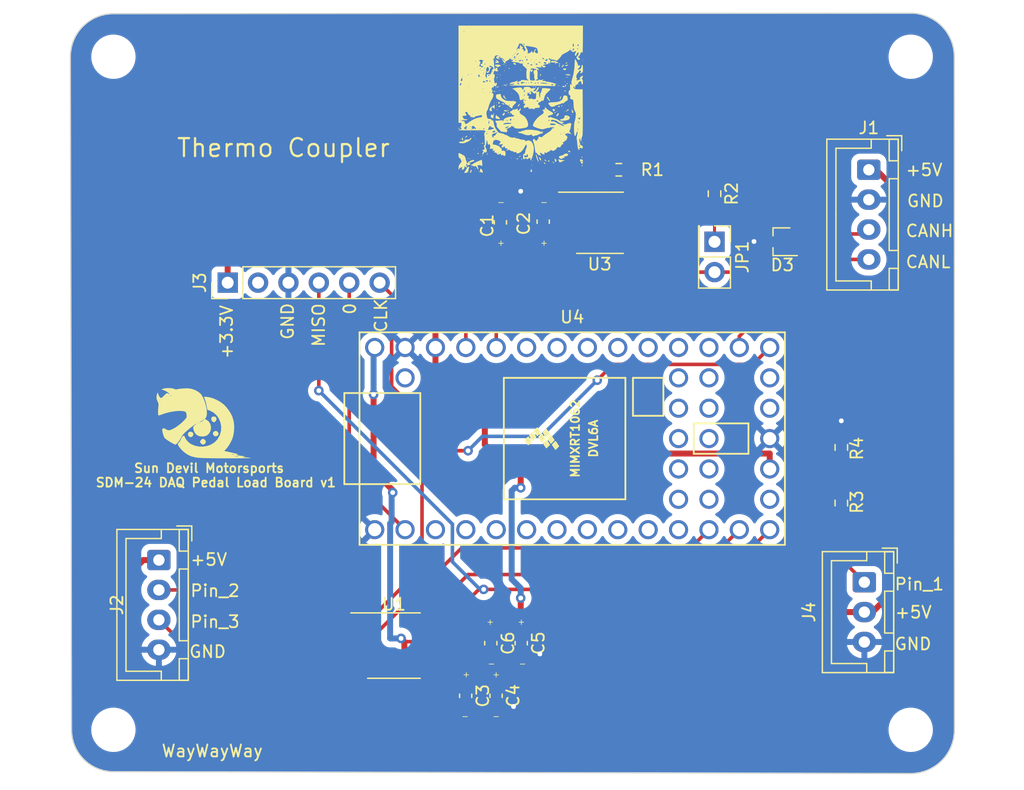
<source format=kicad_pcb>
(kicad_pcb (version 20221018) (generator pcbnew)
  (layers (0 "F.Cu" signal) (31 "B.Cu" signal) (34 "B.Paste" user) (35 "F.Paste" user) (36 "B.SilkS" user "B.Silkscreen") (37 "F.SilkS" user "F.Silkscreen") (38 "B.Mask" user) (39 "F.Mask" user) (44 "Edge.Cuts" user))
  (net 0 "")
  (net 1 "Net-(U3-D)")
  (net 2 "GND")
  (net 3 "+3.3V")
  (net 4 "Net-(U3-R)")
  (net 6 "/CANL")
  (net 7 "/CANH")
  (net 8 "Net-(U3-Rs)")
  (net 26 "/0")
  (net 39 "Net-(J2-Pin_2)")
  (net 40 "Net-(J2-Pin_3)")
  (net 44 "+5V")
  (net 46 "/MISO")
  (net 47 "/A0")
  (net 48 "/CLK")
  (net 49 "Net-(J4-Pin_1)")
  (net 50 "Net-(JP1-A)")
  (net 52 "/CS")
  (net 53 "/MOSI")
  (footprint "Resistor_SMD:R_0603_1608Metric" (layer "F.Cu") (at 168 80.825 90)
    (fp_text reference "R4" (at -0.0975 1.3 90) (layer "F.SilkS"))
    (fp_text value "R")
    (pad "1" smd roundrect (at -0.825 0 90) (size 0.8 0.95) (layers "F.Cu" "F.Paste" "F.Mask") (net 47 "/A0"))
    (pad "2" smd roundrect (at 0.825 0 90) (size 0.8 0.95) (layers "F.Cu" "F.Paste" "F.Mask") (net 2 "GND"))
  )
  (footprint "Capacitor_SMD:C_0603_1608Metric" (layer "F.Cu") (at 143.08 61.945 90)
    (fp_text reference "C2" (at -0.155 -1.63 90) (layer "F.SilkS"))
    (fp_text value "100nF")
    (pad "1" smd roundrect (at -0.775 0 90) (size 0.9 0.95) (layers "F.Cu" "F.Paste" "F.Mask") (net 3 "+3.3V"))
    (pad "2" smd roundrect (at 0.775 0 90) (size 0.9 0.95) (layers "F.Cu" "F.Paste" "F.Mask") (net 2 "GND"))
  )
  (footprint "LOGO" (layer "F.Cu") (at 114.570447 78.858046)
    (fp_text reference "G***" hide)
    (fp_text value "LOGO" hide)
  )
  (footprint "MountingHole:MountingHole_3.2mm_M3" (layer "F.Cu") (at 173.8 48.145584)
    (fp_text reference "REF**" hide)
    (fp_text value "MountingHole_3.2mm_M3")
    (pad "" np_thru_hole circle (at 0 0) (size 3.2 3.2) (drill 3.2) (layers "*.Cu" "*.Mask"))
  )
  (footprint "Capacitor_SMD:C_0603_1608Metric" (layer "F.Cu") (at 141.24 97.2 -90)
    (fp_text reference "C5" (at 0 -1.43 90) (layer "F.SilkS"))
    (fp_text value "C")
    (pad "1" smd roundrect (at -0.775 0 270) (size 0.9 0.95) (layers "F.Cu" "F.Paste" "F.Mask") (net 3 "+3.3V"))
    (pad "2" smd roundrect (at 0.775 0 270) (size 0.9 0.95) (layers "F.Cu" "F.Paste" "F.Mask") (net 2 "GND"))
  )
  (footprint "Connector_JST:JST_XH_B3B-XH-A_1x03_P2.50mm_Vertical" (layer "F.Cu") (at 169.925 92.1 -90)
    (fp_text reference "J4" (at 2.5 4.625 90) (layer "F.SilkS"))
    (fp_text value "Conn_01x03_Pin")
    (pad "1" thru_hole roundrect (at 0 0 270) (size 1.7 1.95) (drill 0.95) (layers "*.Cu" "*.Mask") (roundrect_rratio 0.1470588235) (net 49 "Net-(J4-Pin_1)"))
    (pad "2" thru_hole oval (at 2.5 0 270) (size 1.7 1.95) (drill 0.95) (layers "*.Cu" "*.Mask") (net 44 "+5V"))
    (pad "3" thru_hole oval (at 5 0 270) (size 1.7 1.95) (drill 0.95) (layers "*.Cu" "*.Mask") (net 2 "GND"))
  )
  (footprint "Package_SO:TSSOP-16_4.4x5mm_P0.65mm" (layer "F.Cu") (at 130.6 97.4)
    (fp_text reference "U1" (at 0 -3.45) (layer "F.SilkS"))
    (fp_text value "~")
    (pad "1" smd roundrect (at -2.8625 -2.275) (size 1.475 0.4) (layers "F.Cu" "F.Paste" "F.Mask") (net 48 "/CLK"))
    (pad "2" smd roundrect (at -2.8625 -1.625) (size 1.475 0.4) (layers "F.Cu" "F.Paste" "F.Mask"))
    (pad "3" smd roundrect (at -2.8625 -0.975) (size 1.475 0.4) (layers "F.Cu" "F.Paste" "F.Mask") (net 52 "/CS"))
    (pad "4" smd roundrect (at -2.8625 -0.325) (size 1.475 0.4) (layers "F.Cu" "F.Paste" "F.Mask"))
    (pad "5" smd roundrect (at -2.8625 0.325) (size 1.475 0.4) (layers "F.Cu" "F.Paste" "F.Mask") (net 39 "Net-(J2-Pin_2)"))
    (pad "6" smd roundrect (at -2.8625 0.975) (size 1.475 0.4) (layers "F.Cu" "F.Paste" "F.Mask") (net 40 "Net-(J2-Pin_3)"))
    (pad "7" smd roundrect (at -2.8625 1.625) (size 1.475 0.4) (layers "F.Cu" "F.Paste" "F.Mask"))
    (pad "8" smd roundrect (at -2.8625 2.275) (size 1.475 0.4) (layers "F.Cu" "F.Paste" "F.Mask"))
    (pad "9" smd roundrect (at 2.8625 2.275) (size 1.475 0.4) (layers "F.Cu" "F.Paste" "F.Mask") (net 44 "+5V"))
    (pad "10" smd roundrect (at 2.8625 1.625) (size 1.475 0.4) (layers "F.Cu" "F.Paste" "F.Mask") (net 2 "GND"))
    (pad "11" smd roundrect (at 2.8625 0.975) (size 1.475 0.4) (layers "F.Cu" "F.Paste" "F.Mask"))
    (pad "12" smd roundrect (at 2.8625 0.325) (size 1.475 0.4) (layers "F.Cu" "F.Paste" "F.Mask") (net 2 "GND"))
    (pad "13" smd roundrect (at 2.8625 -0.325) (size 1.475 0.4) (layers "F.Cu" "F.Paste" "F.Mask") (net 44 "+5V"))
    (pad "14" smd roundrect (at 2.8625 -0.975) (size 1.475 0.4) (layers "F.Cu" "F.Paste" "F.Mask") (net 3 "+3.3V"))
    (pad "15" smd roundrect (at 2.8625 -1.625) (size 1.475 0.4) (layers "F.Cu" "F.Paste" "F.Mask") (net 46 "/MISO"))
    (pad "16" smd roundrect (at 2.8625 -2.275) (size 1.475 0.4) (layers "F.Cu" "F.Paste" "F.Mask") (net 53 "/MOSI"))
  )
  (footprint "Package_TO_SOT_SMD:SOT-323_SC-70" (layer "F.Cu") (at 163.020584 63.619416 180)
    (fp_text reference "D3" (at -0.05 -1.95) (layer "F.SilkS"))
    (fp_text value "D_TVS_Dual_AAC")
    (pad "1" smd rect (at -1 -0.65 90) (size 0.45 0.7) (layers "F.Cu" "F.Paste" "F.Mask") (net 6 "/CANL"))
    (pad "2" smd rect (at -1 0.65 90) (size 0.45 0.7) (layers "F.Cu" "F.Paste" "F.Mask") (net 7 "/CANH"))
    (pad "3" smd rect (at 1 0 90) (size 0.45 0.7) (layers "F.Cu" "F.Paste" "F.Mask") (net 2 "GND"))
  )
  (footprint "Resistor_SMD:R_0603_1608Metric" (layer "F.Cu") (at 168 85.475 90)
    (fp_text reference "R3" (at 0.0825 1.3 90) (layer "F.SilkS"))
    (fp_text value "R")
    (pad "1" smd roundrect (at -0.825 0 90) (size 0.8 0.95) (layers "F.Cu" "F.Paste" "F.Mask") (net 49 "Net-(J4-Pin_1)"))
    (pad "2" smd roundrect (at 0.825 0 90) (size 0.8 0.95) (layers "F.Cu" "F.Paste" "F.Mask") (net 47 "/A0"))
  )
  (footprint "MountingHole:MountingHole_3.2mm_M3" (layer "F.Cu") (at 107.154416 48.145584)
    (fp_text reference "REF**" hide)
    (fp_text value "MountingHole_3.2mm_M3")
    (pad "" np_thru_hole circle (at 0 0) (size 3.2 3.2) (drill 3.2) (layers "F&B.Cu" "*.Mask"))
  )
  (footprint "Capacitor_SMD:C_0603_1608Metric" (layer "F.Cu") (at 138.7 97.2 -90)
    (fp_text reference "C6" (at 0 -1.43 90) (layer "F.SilkS"))
    (fp_text value "C")
    (pad "1" smd roundrect (at -0.775 0 270) (size 0.9 0.95) (layers "F.Cu" "F.Paste" "F.Mask") (net 3 "+3.3V"))
    (pad "2" smd roundrect (at 0.775 0 270) (size 0.9 0.95) (layers "F.Cu" "F.Paste" "F.Mask") (net 2 "GND"))
  )
  (footprint "LOGO" (layer "F.Cu") (at 141.2 51.7)
    (fp_text reference "G***" hide)
    (fp_text value "LOGO" hide)
  )
  (footprint "MountingHole:MountingHole_3.2mm_M3" (layer "F.Cu") (at 173.8 104.445584)
    (fp_text reference "REF**" hide)
    (fp_text value "MountingHole_3.2mm_M3")
    (pad "" np_thru_hole circle (at 0 0) (size 3.2 3.2) (drill 3.2) (layers "F&B.Cu" "*.Mask"))
  )
  (footprint "Connector_JST:JST_XH_B4B-XH-A_1x04_P2.50mm_Vertical" (layer "F.Cu") (at 170.3 57.6 -90)
    (fp_text reference "J1" (at -3.5 0) (layer "F.SilkS"))
    (fp_text value "Conn_01x04_Pin")
    (pad "1" thru_hole roundrect (at 0 0 270) (size 1.7 1.95) (drill 0.95) (layers "*.Cu" "*.Mask") (roundrect_rratio 0.1470588235) (net 44 "+5V"))
    (pad "2" thru_hole oval (at 2.5 0 270) (size 1.7 1.95) (drill 0.95) (layers "*.Cu" "*.Mask") (net 2 "GND"))
    (pad "3" thru_hole oval (at 5 0 270) (size 1.7 1.95) (drill 0.95) (layers "*.Cu" "*.Mask") (net 7 "/CANH"))
    (pad "4" thru_hole oval (at 7.5 0 270) (size 1.7 1.95) (drill 0.95) (layers "*.Cu" "*.Mask") (net 6 "/CANL"))
  )
  (footprint "Resistor_SMD:R_0603_1608Metric" (layer "F.Cu") (at 149.4 57.6 180)
    (fp_text reference "R1" (at -2.8 0) (layer "F.SilkS"))
    (fp_text value "10k")
    (pad "1" smd roundrect (at -0.825 0 180) (size 0.8 0.95) (layers "F.Cu" "F.Paste" "F.Mask") (net 8 "Net-(U3-Rs)"))
    (pad "2" smd roundrect (at 0.825 0 180) (size 0.8 0.95) (layers "F.Cu" "F.Paste" "F.Mask") (net 2 "GND"))
  )
  (footprint "Package_SO:SOIC-8_3.9x4.9mm_P1.27mm" (layer "F.Cu") (at 147.825 62.035)
    (fp_text reference "U3" (at -0.025 3.465) (layer "F.SilkS"))
    (fp_text value "SN65HVD230")
    (pad "1" smd roundrect (at -2.475 -1.905) (size 1.95 0.6) (layers "F.Cu" "F.Paste" "F.Mask") (net 1 "Net-(U3-D)"))
    (pad "2" smd roundrect (at -2.475 -0.635) (size 1.95 0.6) (layers "F.Cu" "F.Paste" "F.Mask") (net 2 "GND"))
    (pad "3" smd roundrect (at -2.475 0.635) (size 1.95 0.6) (layers "F.Cu" "F.Paste" "F.Mask") (net 3 "+3.3V"))
    (pad "4" smd roundrect (at -2.475 1.905) (size 1.95 0.6) (layers "F.Cu" "F.Paste" "F.Mask") (net 4 "Net-(U3-R)"))
    (pad "5" smd roundrect (at 2.475 1.905) (size 1.95 0.6) (layers "F.Cu" "F.Paste" "F.Mask"))
    (pad "6" smd roundrect (at 2.475 0.635) (size 1.95 0.6) (layers "F.Cu" "F.Paste" "F.Mask") (net 6 "/CANL"))
    (pad "7" smd roundrect (at 2.475 -0.635) (size 1.95 0.6) (layers "F.Cu" "F.Paste" "F.Mask") (net 7 "/CANH"))
    (pad "8" smd roundrect (at 2.475 -1.905) (size 1.95 0.6) (layers "F.Cu" "F.Paste" "F.Mask") (net 8 "Net-(U3-Rs)"))
  )
  (footprint "Connector_JST:JST_XH_B4B-XH-A_1x04_P2.50mm_Vertical" (layer "F.Cu") (at 110.954416 90.245584 -90)
    (fp_text reference "J2" (at 3.75 3.51 90) (layer "F.SilkS"))
    (fp_text value "Conn_01x04_Pin")
    (pad "1" thru_hole roundrect (at 0 0 270) (size 1.7 1.95) (drill 0.95) (layers "*.Cu" "*.Mask") (roundrect_rratio 0.1470588235) (net 44 "+5V"))
    (pad "2" thru_hole oval (at 2.5 0 270) (size 1.7 1.95) (drill 0.95) (layers "*.Cu" "*.Mask") (net 39 "Net-(J2-Pin_2)"))
    (pad "3" thru_hole oval (at 5 0 270) (size 1.7 1.95) (drill 0.95) (layers "*.Cu" "*.Mask") (net 40 "Net-(J2-Pin_3)"))
    (pad "4" thru_hole oval (at 7.5 0 270) (size 1.7 1.95) (drill 0.95) (layers "*.Cu" "*.Mask") (net 2 "GND"))
  )
  (footprint "Resistor_SMD:R_0603_1608Metric" (layer "F.Cu") (at 157.4 59.6 -90)
    (fp_text reference "R2" (at 0 -1.43 90) (layer "F.SilkS"))
    (fp_text value "120")
    (pad "1" smd roundrect (at -0.825 0 270) (size 0.8 0.95) (layers "F.Cu" "F.Paste" "F.Mask") (net 7 "/CANH"))
    (pad "2" smd roundrect (at 0.825 0 270) (size 0.8 0.95) (layers "F.Cu" "F.Paste" "F.Mask") (net 50 "Net-(JP1-A)"))
  )
  (footprint "Connector_PinHeader_2.54mm:PinHeader_1x06_P2.54mm_Vertical" (layer "F.Cu") (at 116.704416 67.045584 90)
    (fp_text reference "J3" (at 0 -2.33 90) (layer "F.SilkS"))
    (fp_text value "Conn_01x06_Pin")
    (pad "1" thru_hole rect (at 0 0 90) (size 1.7 1.7) (drill 1) (layers "*.Cu" "*.Mask") (net 3 "+3.3V"))
    (pad "2" thru_hole oval (at 0 2.54 90) (size 1.7 1.7) (drill 1) (layers "*.Cu" "*.Mask"))
    (pad "3" thru_hole oval (at 0 5.08 90) (size 1.7 1.7) (drill 1) (layers "*.Cu" "*.Mask") (net 2 "GND"))
    (pad "4" thru_hole oval (at 0 7.62 90) (size 1.7 1.7) (drill 1) (layers "*.Cu" "*.Mask") (net 46 "/MISO"))
    (pad "5" thru_hole oval (at 0 10.16 90) (size 1.7 1.7) (drill 1) (layers "*.Cu" "*.Mask") (net 26 "/0"))
    (pad "6" thru_hole oval (at 0 12.7 90) (size 1.7 1.7) (drill 1) (layers "*.Cu" "*.Mask") (net 48 "/CLK"))
  )
  (footprint "Capacitor_SMD:C_0603_1608Metric" (layer "F.Cu") (at 139.14 101.6 -90)
    (fp_text reference "C4" (at 0 -1.43 90) (layer "F.SilkS"))
    (fp_text value "C")
    (pad "1" smd roundrect (at -0.775 0 270) (size 0.9 0.95) (layers "F.Cu" "F.Paste" "F.Mask") (net 44 "+5V"))
    (pad "2" smd roundrect (at 0.775 0 270) (size 0.9 0.95) (layers "F.Cu" "F.Paste" "F.Mask") (net 2 "GND"))
  )
  (footprint "Capacitor_SMD:C_0603_1608Metric" (layer "F.Cu") (at 136.6 101.6 -90)
    (fp_text reference "C3" (at 0 -1.43 90) (layer "F.SilkS"))
    (fp_text value "C")
    (pad "1" smd roundrect (at -0.775 0 270) (size 0.9 0.95) (layers "F.Cu" "F.Paste" "F.Mask") (net 44 "+5V"))
    (pad "2" smd roundrect (at 0.775 0 270) (size 0.9 0.95) (layers "F.Cu" "F.Paste" "F.Mask") (net 2 "GND"))
  )
  (footprint "Teensy:Teensy40" (layer "F.Cu") (at 145.504416 80.085584)
    (fp_text reference "U4" (at 0 -10.16) (layer "F.SilkS"))
    (fp_text value "Teensy4.0" hide)
    (fp_text user "MIMXRT1062" (at 0.254 0 90) (layer "F.SilkS") (effects (font (size 0.7 0.7))))
    (fp_text user "DVL6A" (at 1.778 0 90) (layer "F.SilkS") (effects (font (size 0.7 0.7))))
    (pad "1" thru_hole circle (at -16.51 7.62) (size 1.6 1.6) (drill 1.1) (layers "*.Cu" "*.Mask") (net 2 "GND"))
    (pad "2" thru_hole circle (at -13.97 7.62) (size 1.6 1.6) (drill 1.1) (layers "*.Cu" "*.Mask") (net 26 "/0"))
    (pad "3" thru_hole circle (at -11.43 7.62) (size 1.6 1.6) (drill 1.1) (layers "*.Cu" "*.Mask"))
    (pad "4" thru_hole circle (at -8.89 7.62) (size 1.6 1.6) (drill 1.1) (layers "*.Cu" "*.Mask"))
    (pad "5" thru_hole circle (at -6.35 7.62) (size 1.6 1.6) (drill 1.1) (layers "*.Cu" "*.Mask"))
    (pad "6" thru_hole circle (at -3.81 7.62) (size 1.6 1.6) (drill 1.1) (layers "*.Cu" "*.Mask"))
    (pad "7" thru_hole circle (at -1.27 7.62) (size 1.6 1.6) (drill 1.1) (layers "*.Cu" "*.Mask"))
    (pad "8" thru_hole circle (at 1.27 7.62) (size 1.6 1.6) (drill 1.1) (layers "*.Cu" "*.Mask"))
    (pad "9" thru_hole circle (at 3.81 7.62) (size 1.6 1.6) (drill 1.1) (layers "*.Cu" "*.Mask"))
    (pad "10" thru_hole circle (at 6.35 7.62) (size 1.6 1.6) (drill 1.1) (layers "*.Cu" "*.Mask"))
    (pad "11" thru_hole circle (at 8.89 7.62) (size 1.6 1.6) (drill 1.1) (layers "*.Cu" "*.Mask"))
    (pad "12" thru_hole circle (at 11.43 7.62) (size 1.6 1.6) (drill 1.1) (layers "*.Cu" "*.Mask") (net 52 "/CS"))
    (pad "13" thru_hole circle (at 13.97 7.62) (size 1.6 1.6) (drill 1.1) (layers "*.Cu" "*.Mask") (net 53 "/MOSI"))
    (pad "14" thru_hole circle (at 16.51 7.62) (size 1.6 1.6) (drill 1.1) (layers "*.Cu" "*.Mask") (net 46 "/MISO"))
    (pad "15" thru_hole circle (at 16.51 5.08) (size 1.6 1.6) (drill 1.1) (layers "*.Cu" "*.Mask"))
    (pad "16" thru_hole circle (at 16.51 2.54) (size 1.6 1.6) (drill 1.1) (layers "*.Cu" "*.Mask") (net 3 "+3.3V"))
    (pad "17" thru_hole circle (at 16.51 0) (size 1.6 1.6) (drill 1.1) (layers "*.Cu" "*.Mask") (net 2 "GND"))
    (pad "18" thru_hole circle (at 16.51 -2.54) (size 1.6 1.6) (drill 1.1) (layers "*.Cu" "*.Mask"))
    (pad "19" thru_hole circle (at 16.51 -5.08) (size 1.6 1.6) (drill 1.1) (layers "*.Cu" "*.Mask"))
    (pad "20" thru_hole circle (at 16.51 -7.62) (size 1.6 1.6) (drill 1.1) (layers "*.Cu" "*.Mask") (net 48 "/CLK"))
    (pad "21" thru_hole circle (at 13.97 -7.62) (size 1.6 1.6) (drill 1.1) (layers "*.Cu" "*.Mask") (net 47 "/A0"))
    (pad "22" thru_hole circle (at 11.43 -7.62) (size 1.6 1.6) (drill 1.1) (layers "*.Cu" "*.Mask"))
    (pad "23" thru_hole circle (at 8.89 -7.62) (size 1.6 1.6) (drill 1.1) (layers "*.Cu" "*.Mask"))
    (pad "24" thru_hole circle (at 6.35 -7.62) (size 1.6 1.6) (drill 1.1) (layers "*.Cu" "*.Mask"))
    (pad "25" thru_hole circle (at 3.81 -7.62) (size 1.6 1.6) (drill 1.1) (layers "*.Cu" "*.Mask"))
    (pad "26" thru_hole circle (at 1.27 -7.62) (size 1.6 1.6) (drill 1.1) (layers "*.Cu" "*.Mask"))
    (pad "27" thru_hole circle (at -1.27 -7.62) (size 1.6 1.6) (drill 1.1) (layers "*.Cu" "*.Mask"))
    (pad "28" thru_hole circle (at -3.81 -7.62) (size 1.6 1.6) (drill 1.1) (layers "*.Cu" "*.Mask"))
    (pad "29" thru_hole circle (at -6.35 -7.62) (size 1.6 1.6) (drill 1.1) (layers "*.Cu" "*.Mask") (net 1 "Net-(U3-D)"))
    (pad "30" thru_hole circle (at -8.89 -7.62) (size 1.6 1.6) (drill 1.1) (layers "*.Cu" "*.Mask") (net 4 "Net-(U3-R)"))
    (pad "31" thru_hole circle (at -11.43 -7.62) (size 1.6 1.6) (drill 1.1) (layers "*.Cu" "*.Mask") (net 3 "+3.3V"))
    (pad "32" thru_hole circle (at -13.97 -7.62) (size 1.6 1.6) (drill 1.1) (layers "*.Cu" "*.Mask") (net 2 "GND"))
    (pad "33" thru_hole circle (at -16.51 -7.62) (size 1.6 1.6) (drill 1.1) (layers "*.Cu" "*.Mask") (net 44 "+5V"))
    (pad "34" thru_hole circle (at -13.97 -5.08) (size 1.6 1.6) (drill 1.1) (layers "*.Cu" "*.Mask"))
    (pad "35" thru_hole circle (at 11.43 -5.08) (size 1.6 1.6) (drill 1.1) (layers "*.Cu" "*.Mask"))
    (pad "36" thru_hole circle (at 8.89 -5.08) (size 1.6 1.6) (drill 1.1) (layers "*.Cu" "*.Mask"))
    (pad "37" thru_hole circle (at 11.43 -2.54) (size 1.6 1.6) (drill 1.1) (layers "*.Cu" "*.Mask"))
    (pad "38" thru_hole circle (at 8.89 -2.54) (size 1.6 1.6) (drill 1.1) (layers "*.Cu" "*.Mask"))
    (pad "39" thru_hole circle (at 11.43 0) (size 1.6 1.6) (drill 1.1) (layers "*.Cu" "*.Mask"))
    (pad "40" thru_hole circle (at 8.89 0) (size 1.6 1.6) (drill 1.1) (layers "*.Cu" "*.Mask"))
    (pad "41" thru_hole circle (at 11.43 2.54) (size 1.6 1.6) (drill 1.1) (layers "*.Cu" "*.Mask"))
    (pad "42" thru_hole circle (at 8.89 2.54) (size 1.6 1.6) (drill 1.1) (layers "*.Cu" "*.Mask"))
    (pad "43" thru_hole circle (at 11.43 5.08) (size 1.6 1.6) (drill 1.1) (layers "*.Cu" "*.Mask"))
    (pad "44" thru_hole circle (at 8.89 5.08) (size 1.6 1.6) (drill 1.1) (layers "*.Cu" "*.Mask"))
  )
  (footprint "Capacitor_SMD:C_0603_1608Metric" (layer "F.Cu") (at 139.5 62 90)
    (fp_text reference "C1" (at -0.275 -1.1 90) (layer "F.SilkS"))
    (fp_text value "100nF")
    (pad "1" smd roundrect (at -0.775 0 90) (size 0.9 0.95) (layers "F.Cu" "F.Paste" "F.Mask") (net 3 "+3.3V"))
    (pad "2" smd roundrect (at 0.775 0 90) (size 0.9 0.95) (layers "F.Cu" "F.Paste" "F.Mask") (net 2 "GND"))
  )
  (footprint "MountingHole:MountingHole_3.2mm_M3" (layer "F.Cu") (at 107.154416 104.445584)
    (fp_text reference "REF**" hide)
    (fp_text value "MountingHole_3.2mm_M3")
    (pad "" np_thru_hole circle (at 0 0) (size 3.2 3.2) (drill 3.2) (layers "F&B.Cu" "*.Mask"))
  )
  (footprint "Connector_PinHeader_2.54mm:PinHeader_2x01_P2.54mm_Vertical" (layer "F.Cu") (at 157.4 63.625 -90)
    (fp_text reference "JP1" (at 1.27 -2.33 90) (layer "F.SilkS"))
    (fp_text value "Jumper_2_Open")
    (pad "1" thru_hole rect (at 0 0 270) (size 1.7 1.7) (drill 1) (layers "*.Cu" "*.Mask") (net 50 "Net-(JP1-A)"))
    (pad "2" thru_hole oval (at 2.54 0 270) (size 1.7 1.7) (drill 1) (layers "*.Cu" "*.Mask") (net 6 "/CANL"))
  )
  (gr_line (start 173.8 44.5) (end 107.154416 44.545584) (stroke (width 0.1)) (layer "Edge.Cuts"))
  (gr_line (start 177.45406 104.496568) (end 177.445168 48.200683) (stroke (width 0.1)) (layer "Edge.Cuts"))
  (gr_arc (start 173.8 44.5) (mid 176.397225 45.587321) (end 177.445168 48.200683) (stroke (width 0.1)) (layer "Edge.Cuts"))
  (gr_line (start 107.154416 107.945584) (end 173.8 108.1) (stroke (width 0.1)) (layer "Edge.Cuts"))
  (gr_line (start 103.554416 48.145584) (end 103.654416 104.445584) (stroke (width 0.1)) (layer "Edge.Cuts"))
  (gr_arc (start 177.45406 104.496568) (mid 176.365973 107.047609) (end 173.8 108.1) (stroke (width 0.1)) (layer "Edge.Cuts"))
  (gr_arc (start 103.554416 48.145584) (mid 104.608832 45.6) (end 107.154416 44.545584) (stroke (width 0.1)) (layer "Edge.Cuts"))
  (gr_arc (start 107.154416 107.945584) (mid 104.679542 106.920458) (end 103.654416 104.445584) (stroke (width 0.1)) (layer "Edge.Cuts"))
  (gr_text "GND" (at 122.3 71.9 90) (layer "F.SilkS") (effects (font (size 1 1)) (justify left bottom)))
  (gr_text "+3.3V\n" (at 117.2 73.5 90) (layer "F.SilkS") (effects (font (size 1 1)) (justify left bottom)))
  (gr_text "-" (at 136.2 103.6) (layer "F.SilkS") (effects (font (size 0.5 0.5) (thickness 0.0625)) (justify left bottom)))
  (gr_text "+5V\n" (at 172.4 95.2) (layer "F.SilkS") (effects (font (size 1 1)) (justify left bottom)))
  (gr_text "+\n" (at 138.3 95.7) (layer "F.SilkS") (effects (font (size 0.5 0.5) (thickness 0.0625)) (justify left bottom)))
  (gr_text "-" (at 139.2 60.6) (layer "F.SilkS") (effects (font (size 0.5 0.5) (thickness 0.0625)) (justify left bottom)))
  (gr_text "+\n" (at 140.9 95.7) (layer "F.SilkS") (effects (font (size 0.5 0.5) (thickness 0.0625)) (justify left bottom)))
  (gr_text "WayWayWay" (at 111.1 106.8) (layer "F.SilkS") (effects (font (size 1 1)) (justify left bottom)))
  (gr_text "Thermo Coupler\n" (at 112.354416 56.645584) (layer "F.SilkS") (effects (font (size 1.5 1.5) (thickness 0.1875)) (justify left bottom)))
  (gr_text "GND" (at 173.4 60.8) (layer "F.SilkS") (effects (font (size 1 1)) (justify left bottom)))
  (gr_text "CANH\n" (at 173.3 63.3) (layer "F.SilkS") (effects (font (size 1 1)) (justify left bottom)))
  (gr_text "MISO" (at 124.9 72.5 90) (layer "F.SilkS") (effects (font (size 1 1)) (justify left bottom)))
  (gr_text "0\n" (at 127.5 69.8 90) (layer "F.SilkS") (effects (font (size 1 1)) (justify left bottom)))
  (gr_text "CLK\n" (at 130.1 71.3 90) (layer "F.SilkS") (effects (font (size 1 1)) (justify left bottom)))
  (gr_text "+\n" (at 142.8 64) (layer "F.SilkS") (effects (font (size 0.5 0.5) (thickness 0.0625)) (justify left bottom)))
  (gr_text "Sun Devil Motorsports\n" (at 108.8 83) (layer "F.SilkS") (effects (font (size 0.75 0.75)) (justify left bottom)))
  (gr_text "CANL\n" (at 173.3 65.9) (layer "F.SilkS") (effects (font (size 1 1)) (justify left bottom)))
  (gr_text "-" (at 141 99.2) (layer "F.SilkS") (effects (font (size 0.5 0.5) (thickness 0.0625)) (justify left bottom)))
  (gr_text "Pin_3\n\n" (at 113.5 97.6) (layer "F.SilkS") (effects (font (size 1 1)) (justify left bottom)))
  (gr_text "GND\n" (at 172.375 97.85) (layer "F.SilkS") (effects (font (size 1 1)) (justify left bottom)))
  (gr_text "GND" (at 113.404416 98.495584) (layer "F.SilkS") (effects (font (size 1 1)) (justify left bottom)))
  (gr_text "+5V\n\n" (at 113.5 92.4) (layer "F.SilkS") (effects (font (size 1 1)) (justify left bottom)))
  (gr_text "+\n" (at 138.8 100.1) (layer "F.SilkS") (effects (font (size 0.5 0.5) (thickness 0.0625)) (justify left bottom)))
  (gr_text "-" (at 138.8 103.6) (layer "F.SilkS") (effects (font (size 0.5 0.5) (thickness 0.0625)) (justify left bottom)))
  (gr_text "SDM-24 DAQ Pedal Load Board v1" (at 105.6 84.2) (layer "F.SilkS") (effects (font (size 0.75 0.75)) (justify left bottom)))
  (gr_text "Pin_2\n" (at 113.5 93.4) (layer "F.SilkS") (effects (font (size 1 1)) (justify left bottom)))
  (gr_text "-" (at 142.8 60.6) (layer "F.SilkS") (effects (font (size 0.5 0.5) (thickness 0.0625)) (justify left bottom)))
  (gr_text "+\n" (at 139.2 64) (layer "F.SilkS") (effects (font (size 0.5 0.5) (thickness 0.0625)) (justify left bottom)))
  (gr_text "-" (at 138.4 99.2) (layer "F.SilkS") (effects (font (size 0.5 0.5) (thickness 0.0625)) (justify left bottom)))
  (gr_text "+5V" (at 173.3 58.2) (layer "F.SilkS") (effects (font (size 1 1)) (justify left bottom)))
  (gr_text "Pin_1\n" (at 172.375 92.85) (layer "F.SilkS") (effects (font (size 1 1)) (justify left bottom)))
  (gr_text "+\n" (at 136.3 100.1) (layer "F.SilkS") (effects (font (size 0.5 0.5) (thickness 0.0625)) (justify left bottom)))
  (segment (start 146.03 60.13) (end 147.1 61.2) (width 0.3) (layer "F.Cu") (net 1))
  (segment (start 142.8 67.3) (end 139.154416 70.945584) (width 0.3) (layer "F.Cu") (net 1))
  (segment (start 147.1 61.2) (end 147.1 64.2) (width 0.3) (layer "F.Cu") (net 1))
  (segment (start 147.1 64.2) (end 144 67.3) (width 0.3) (layer "F.Cu") (net 1))
  (segment (start 139.154416 70.945584) (end 139.154416 72.465584) (width 0.3) (layer "F.Cu") (net 1))
  (segment (start 145.35 60.13) (end 146.03 60.13) (width 0.3) (layer "F.Cu") (net 1))
  (segment (start 144 67.3) (end 142.8 67.3) (width 0.3) (layer "F.Cu") (net 1))
  (segment (start 135.275 99.025) (end 135.9 98.4) (width 0.3) (layer "F.Cu") (net 2))
  (segment (start 143.3 59.4) (end 141.2 59.4) (width 0.5) (layer "F.Cu") (net 2))
  (segment (start 141.2 61.17) (end 139.555 61.17) (width 0.5) (layer "F.Cu") (net 2))
  (segment (start 135.9 98.4) (end 136.325 97.975) (width 0.3) (layer "F.Cu") (net 2))
  (segment (start 140.6 102.5) (end 139.265 102.5) (width 0.5) (layer "F.Cu") (net 2))
  (segment (start 136.325 97.975) (end 137 97.975) (width 0.3) (layer "F.Cu") (net 2))
  (segment (start 160.7 63.6) (end 162.001168 63.6) (width 0.5) (layer "F.Cu") (net 2))
  (segment (start 143.31 61.4) (end 143.08 61.17) (width 0.5) (layer "F.Cu") (net 2))
  (segment (start 143.7 57.6) (end 143.4 57.9) (width 0.5) (layer "F.Cu") (net 2))
  (segment (start 135.225 97.725) (end 135.9 98.4) (width 0.3) (layer "F.Cu") (net 2))
  (segment (start 137 97.975) (end 136.725 97.975) (width 0.5) (layer "F.Cu") (net 2))
  (segment (start 141.24 97.975) (end 138.7 97.975) (width 0.5) (layer "F.Cu") (net 2))
  (segment (start 143.08 61.17) (end 141.2 61.17) (width 0.5) (layer "F.Cu") (net 2))
  (segment (start 141.2 61.17) (end 141.2 59.4) (width 0.5) (layer "F.Cu") (net 2))
  (segment (start 139.265 102.5) (end 139.14 102.375) (width 0.5) (layer "F.Cu") (net 2))
  (segment (start 142.8 98.1) (end 141.365 98.1) (width 0.5) (layer "F.Cu") (net 2))
  (segment (start 148.575 57.6) (end 143.7 57.6) (width 0.5) (layer "F.Cu") (net 2))
  (segment (start 143.4 59.3) (end 143.3 59.4) (width 0.5) (layer "F.Cu") (net 2))
  (segment (start 139.14 102.375) (end 136.6 102.375) (width 0.5) (layer "F.Cu") (net 2))
  (segment (start 139.555 61.17) (end 139.5 61.225) (width 0.5) (layer "F.Cu") (net 2))
  (segment (start 133.4625 99.025) (end 135.275 99.025) (width 0.3) (layer "F.Cu") (net 2))
  (segment (start 138.7 97.975) (end 137 97.975) (width 0.5) (layer "F.Cu") (net 2))
  (segment (start 143.4 57.9) (end 143.4 59.3) (width 0.5) (layer "F.Cu") (net 2))
  (segment (start 162.001168 63.6) (end 162.020584 63.619416) (width 0.25) (layer "F.Cu") (net 2))
  (segment (start 133.4625 97.725) (end 135.225 97.725) (width 0.3) (layer "F.Cu") (net 2))
  (segment (start 141.365 98.1) (end 141.24 97.975) (width 0.5) (layer "F.Cu") (net 2))
  (segment (start 168 79.795) (end 168 78.6) (width 0.5) (layer "F.Cu") (net 2))
  (segment (start 145.35 61.4) (end 143.31 61.4) (width 0.5) (layer "F.Cu") (net 2))
  (via (at 141.2 59.4) (size 0.8) (drill 0.4) (layers "F.Cu" "B.Cu") (net 2))
  (via (at 140.6 102.5) (size 0.8) (drill 0.4) (layers "F.Cu" "B.Cu") (net 2))
  (via (at 142.8 98.1) (size 0.8) (drill 0.4) (layers "F.Cu" "B.Cu") (net 2))
  (via (at 168 78.6) (size 0.8) (drill 0.4) (layers "F.Cu" "B.Cu") (net 2))
  (via (at 160.7 63.6) (size 0.8) (drill 0.4) (layers "F.Cu" "B.Cu") (net 2))
  (segment (start 117.095584 64.504416) (end 116.704416 64.895584) (width 0.5) (layer "F.Cu") (net 3))
  (segment (start 134.074416 74.074416) (end 134.074416 72.465584) (width 0.5) (layer "F.Cu") (net 3))
  (segment (start 141.2 96.2) (end 141.2 93.4245) (width 0.5) (layer "F.Cu") (net 3))
  (segment (start 143.17 62.81) (end 143.08 62.72) (width 0.5) (layer "F.Cu") (net 3))
  (segment (start 143.925 81.335584) (end 143.8 81.210584) (width 0.5) (layer "F.Cu") (net 3))
  (segment (start 132.804416 62.995584) (end 133.025 62.775) (width 0.5) (layer "F.Cu") (net 3))
  (segment (start 132.804416 66.204416) (end 134.074416 67.474416) (width 0.5) (layer "F.Cu") (net 3))
  (segment (start 137.7 74.5) (end 134.5 74.5) (width 0.5) (layer "F.Cu") (net 3))
  (segment (start 141.2 84.2) (end 141.2 81.210584) (width 0.5) (layer "F.Cu") (net 3))
  (segment (start 162.014416 82.625584) (end 162.014416 81.335584) (width 0.5) (layer "F.Cu") (net 3))
  (segment (start 134.074416 67.474416) (end 134.074416 72.465584) (width 0.5) (layer "F.Cu") (net 3))
  (segment (start 116.704416 64.895584) (end 116.704416 67.045584) (width 0.5) (layer "F.Cu") (net 3))
  (segment (start 143.8 81.210584) (end 138.819416 81.210584) (width 0.5) (layer "F.Cu") (net 3))
  (segment (start 138.7 96.425) (end 141.24 96.425) (width 0.5) (layer "F.Cu") (net 3))
  (segment (start 141.2 81.210584) (end 143.8 81.210584) (width 0.5) (layer "F.Cu") (net 3))
  (segment (start 132.804416 66.195584) (end 132.804416 62.995584) (width 0.5) (layer "F.Cu") (net 3))
  (segment (start 133.4625 96.425) (end 138.7 96.425) (width 0.3) (layer "F.Cu") (net 3))
  (segment (start 132.804416 66.195584) (end 132.804416 64.504416) (width 0.5) (layer "F.Cu") (net 3))
  (segment (start 138.2 75) (end 137.7 74.5) (width 0.5) (layer "F.Cu") (net 3))
  (segment (start 134.5 74.5) (end 134.074416 74.074416) (width 0.5) (layer "F.Cu") (net 3))
  (segment (start 132.804416 64.504416) (end 117.095584 64.504416) (width 0.5) (layer "F.Cu") (net 3))
  (segment (start 133.025 62.775) (end 139.5 62.775) (width 0.5) (layer "F.Cu") (net 3))
  (segment (start 139.605 62.67) (end 139.5 62.775) (width 0.5) (layer "F.Cu") (net 3))
  (segment (start 138.8 81.191168) (end 138.2 80.591168) (width 0.5) (layer "F.Cu") (net 3))
  (segment (start 138.2 80.591168) (end 138.2 75) (width 0.5) (layer "F.Cu") (net 3))
  (segment (start 145.35 62.67) (end 139.605 62.67) (width 0.5) (layer "F.Cu") (net 3))
  (segment (start 132.804416 66.195584) (end 132.804416 66.204416) (width 0.5) (layer "F.Cu") (net 3))
  (segment (start 162.014416 81.335584) (end 143.925 81.335584) (width 0.5) (layer "F.Cu") (net 3))
  (via (at 141.2 84.2) (size 0.8) (drill 0.4) (layers "F.Cu" "B.Cu") (net 3))
  (via (at 141.2 93.4245) (size 0.8) (drill 0.4) (layers "F.Cu" "B.Cu") (net 3))
  (segment (start 140.444416 91.844416) (end 141.2 92.6) (width 0.5) (layer "B.Cu") (net 3))
  (segment (start 140.444416 84.455584) (end 140.444416 91.844416) (width 0.5) (layer "B.Cu") (net 3))
  (segment (start 141.2 84.2) (end 140.7 84.2) (width 0.5) (layer "B.Cu") (net 3))
  (segment (start 140.7 84.2) (end 140.444416 84.455584) (width 0.5) (layer "B.Cu") (net 3))
  (segment (start 141.2 92.6) (end 141.2 93.4245) (width 0.5) (layer "B.Cu") (net 3))
  (segment (start 136.614416 70.685584) (end 136.614416 72.465584) (width 0.3) (layer "F.Cu") (net 4))
  (segment (start 145.35 63.94) (end 143.36 63.94) (width 0.3) (layer "F.Cu") (net 4))
  (segment (start 145.35 63.94) (end 145.045 63.94) (width 0.3) (layer "F.Cu") (net 4))
  (segment (start 143.36 63.94) (end 136.614416 70.685584) (width 0.3) (layer "F.Cu") (net 4))
  (segment (start 150.3 62.67) (end 150.676751 62.67) (width 0.3) (layer "F.Cu") (net 6))
  (segment (start 163.330584 64.269416) (end 161.435 66.165) (width 0.3) (layer "F.Cu") (net 6))
  (segment (start 161.435 66.165) (end 157.4 66.165) (width 0.3) (layer "F.Cu") (net 6))
  (segment (start 164.9 64.3) (end 165.7 65.1) (width 0.3) (layer "F.Cu") (net 6))
  (segment (start 155.765 66.165) (end 152.27 62.67) (width 0.3) (layer "F.Cu") (net 6))
  (segment (start 157.4 66.165) (end 155.765 66.165) (width 0.3) (layer "F.Cu") (net 6))
  (segment (start 164.869416 64.269416) (end 164.020584 64.269416) (width 0.3) (layer "F.Cu") (net 6))
  (segment (start 164.020584 64.269416) (end 163.330584 64.269416) (width 0.3) (layer "F.Cu") (net 6))
  (segment (start 152.27 62.67) (end 150.3 62.67) (width 0.3) (layer "F.Cu") (net 6))
  (segment (start 164.9 64.3) (end 164.869416 64.269416) (width 0.3) (layer "F.Cu") (net 6))
  (segment (start 165.7 65.1) (end 170.3 65.1) (width 0.3) (layer "F.Cu") (net 6))
  (segment (start 169.930584 62.969416) (end 170.3 62.6) (width 0.3) (layer "F.Cu") (net 7))
  (segment (start 163.369416 62.969416) (end 159.175 58.775) (width 0.3) (layer "F.Cu") (net 7))
  (segment (start 154.1 61.4) (end 150.3 61.4) (width 0.3) (layer "F.Cu") (net 7))
  (segment (start 159.175 58.775) (end 157.4 58.775) (width 0.3) (layer "F.Cu") (net 7))
  (segment (start 164.020584 62.969416) (end 163.369416 62.969416) (width 0.3) (layer "F.Cu") (net 7))
  (segment (start 164.020584 62.969416) (end 169.930584 62.969416) (width 0.3) (layer "F.Cu") (net 7))
  (segment (start 156.725 58.775) (end 154.1 61.4) (width 0.3) (layer "F.Cu") (net 7))
  (segment (start 157.4 58.775) (end 156.725 58.775) (width 0.3) (layer "F.Cu") (net 7))
  (segment (start 150.3 57.651168) (end 150.279416 57.630584) (width 0.25) (layer "F.Cu") (net 8))
  (segment (start 150.3 60.13) (end 150.3 57.651168) (width 0.25) (layer "F.Cu") (net 8))
  (segment (start 126.864416 83.035584) (end 131.534416 87.705584) (width 0.3) (layer "F.Cu") (net 26))
  (segment (start 126.864416 67.045584) (end 126.864416 83.035584) (width 0.3) (layer "F.Cu") (net 26))
  (segment (start 124.974543 95.650584) (end 121.750584 95.650584) (width 0.3) (layer "F.Cu") (net 39))
  (segment (start 116.272791 94.1) (end 114.918375 92.745584) (width 0.3) (layer "F.Cu") (net 39))
  (segment (start 127.048959 97.725) (end 124.974543 95.650584) (width 0.3) (layer "F.Cu") (net 39))
  (segment (start 114.918375 92.745584) (end 110.954416 92.745584) (width 0.3) (layer "F.Cu") (net 39))
  (segment (start 121.750584 95.650584) (end 120.2 94.1) (width 0.3) (layer "F.Cu") (net 39))
  (segment (start 120.2 94.1) (end 116.272791 94.1) (width 0.3) (layer "F.Cu") (net 39))
  (segment (start 127.7375 97.725) (end 127.048959 97.725) (width 0.3) (layer "F.Cu") (net 39))
  (segment (start 127.048959 98.375) (end 127.7375 98.375) (width 0.3) (layer "F.Cu") (net 40))
  (segment (start 119.7 98.7) (end 126.723959 98.7) (width 0.3) (layer "F.Cu") (net 40))
  (segment (start 126.723959 98.7) (end 127.048959 98.375) (width 0.3) (layer "F.Cu") (net 40))
  (segment (start 112.009416 96.300584) (end 117.300584 96.300584) (width 0.3) (layer "F.Cu") (net 40))
  (segment (start 117.300584 96.300584) (end 119.7 98.7) (width 0.3) (layer "F.Cu") (net 40))
  (segment (start 110.954416 95.245584) (end 112.009416 96.300584) (width 0.3) (layer "F.Cu") (net 40))
  (segment (start 140.8 100.2) (end 165.3 100.2) (width 0.5) (layer "F.Cu") (net 44))
  (segment (start 172.5 92.7) (end 172.5 59.2) (width 0.5) (layer "F.Cu") (net 44))
  (segment (start 128.9 82.8) (end 129.9 83.8) (width 0.5) (layer "F.Cu") (net 44))
  (segment (start 128.9 76.4) (end 128.9 82.8) (width 0.5) (layer "F.Cu") (net 44))
  (segment (start 168 94.6) (end 169.925 94.6) (width 0.5) (layer "F.Cu") (net 44))
  (segment (start 133.2 100.7) (end 133.4625 100.4375) (width 0.5) (layer "F.Cu") (net 44))
  (segment (start 139.14 100.825) (end 140.175 100.825) (width 0.5) (layer "F.Cu") (net 44))
  (segment (start 131.475 99.675) (end 131.525 99.725) (width 0.5) (layer "F.Cu") (net 44))
  (segment (start 169.925 94.6) (end 170.6 94.6) (width 0.5) (layer "F.Cu") (net 44))
  (segment (start 108.4 91.5) (end 108.4 98) (width 0.5) (layer "F.Cu") (net 44))
  (segment (start 166.7 98.8) (end 166.7 95.9) (width 0.5) (layer "F.Cu") (net 44))
  (segment (start 129.9 83.8) (end 130.5 84.4) (width 0.5) (layer "F.Cu") (net 44))
  (segment (start 108.4 98) (end 111.1 100.7) (width 0.5) (layer "F.Cu") (net 44))
  (segment (start 136.6 100.825) (end 135.225 100.825) (width 0.5) (layer "F.Cu") (net 44))
  (segment (start 130.5 84.4) (end 130.5 84.6) (width 0.5) (layer "F.Cu") (net 44))
  (segment (start 111.1 100.7) (end 133.2 100.7) (width 0.5) (layer "F.Cu") (net 44))
  (segment (start 131.475 97.075) (end 131.475 99.675) (width 0.5) (layer "F.Cu") (net 44))
  (segment (start 140.175 100.825) (end 140.8 100.2) (width 0.5) (layer "F.Cu") (net 44))
  (segment (start 165.3 100.2) (end 166.7 98.8) (width 0.5) (layer "F.Cu") (net 44))
  (segment (start 131.525 99.725) (end 133.4 99.725) (width 0.5) (layer "F.Cu") (net 44))
  (segment (start 170.6 94.6) (end 172.5 92.7) (width 0.5) (layer "F.Cu") (net 44))
  (segment (start 109.654416 90.245584) (end 108.4 91.5) (width 0.5) (layer "F.Cu") (net 44))
  (segment (start 110.954416 90.245584) (end 109.654416 90.245584) (width 0.5) (layer "F.Cu") (net 44))
  (segment (start 133.4625 97.075) (end 131.475 97.075) (width 0.3) (layer "F.Cu") (net 44))
  (segment (start 172.5 59.2) (end 170.9 57.6) (width 0.5) (layer "F.Cu") (net 44))
  (segment (start 135.225 100.825) (end 135.2 100.8) (width 0.5) (layer "F.Cu") (net 44))
  (segment (start 131.475 97.075) (end 131.2 96.8) (width 0.3) (layer "F.Cu") (net 44))
  (segment (start 136.6 100.825) (end 139.14 100.825) (width 0.5) (layer "F.Cu") (net 44))
  (segment (start 166.7 95.9) (end 168 94.6) (width 0.5) (layer "F.Cu") (net 44))
  (segment (start 170.9 57.6) (end 170.3 57.6) (width 0.5) (layer "F.Cu") (net 44))
  (segment (start 133.4625 100.4375) (end 133.4625 99.725) (width 0.5) (layer "F.Cu") (net 44))
  (segment (start 135.2 100.8) (end 134.125 99.725) (width 0.5) (layer "F.Cu") (net 44))
  (via (at 131.2 96.8) (size 0.8) (drill 0.4) (layers "F.Cu" "B.Cu") (net 44))
  (via (at 128.9 76.4) (size 0.8) (drill 0.4) (layers "F.Cu" "B.Cu") (net 44))
  (via (at 130.5 84.6) (size 0.8) (drill 0.4) (layers "F.Cu" "B.Cu") (net 44))
  (segment (start 128.994416 72.465584) (end 128.9 72.56) (width 0.5) (layer "B.Cu") (net 44))
  (segment (start 130.284416 96.784416) (end 130.3 96.8) (width 0.5) (layer "B.Cu") (net 44))
  (segment (start 130.284416 87.187817) (end 130.284416 96.784416) (width 0.5) (layer "B.Cu") (net 44))
  (segment (start 130.409416 87.062817) (end 130.284416 87.187817) (width 0.5) (layer "B.Cu") (net 44))
  (segment (start 130.409416 84.690584) (end 130.409416 87.062817) (width 0.5) (layer "B.Cu") (net 44))
  (segment (start 130.5 84.6) (end 130.409416 84.690584) (width 0.5) (layer "B.Cu") (net 44))
  (segment (start 130.409416 94.309416) (end 130.3 94.418832) (width 0.5) (layer "B.Cu") (net 44))
  (segment (start 128.9 72.56) (end 128.9 76.4) (width 0.5) (layer "B.Cu") (net 44))
  (segment (start 130.3 96.8) (end 131.2 96.8) (width 0.5) (layer "B.Cu") (net 44))
  (segment (start 133.4875 95.75) (end 134.65 95.75) (width 0.3) (layer "F.Cu") (net 46))
  (segment (start 157.02 92.7) (end 162.014416 87.705584) (width 0.3) (layer "F.Cu") (net 46))
  (segment (start 138.1 92.7) (end 157.02 92.7) (width 0.3) (layer "F.Cu") (net 46))
  (segment (start 134.65 95.75) (end 137.7 92.7) (width 0.3) (layer "F.Cu") (net 46))
  (segment (start 124.324416 67.045584) (end 124.324416 76.074593) (width 0.3) (layer "F.Cu") (net 46))
  (segment (start 137.7 92.7) (end 138.1 92.7) (width 0.3) (layer "F.Cu") (net 46))
  (segment (start 133.4625 95.775) (end 133.4875 95.75) (width 0.3) (layer "F.Cu") (net 46))
  (via (at 138.1 92.7) (size 0.8) (drill 0.4) (layers "F.Cu" "B.Cu") (net 46))
  (via (at 124.324416 76.074593) (size 0.8) (drill 0.4) (layers "F.Cu" "B.Cu") (net 46))
  (segment (start 124.324416 76.074593) (end 124.474911 76.225089) (width 0.3) (layer "B.Cu") (net 46))
  (segment (start 138 92.6) (end 138.1 92.7) (width 0.3) (layer "B.Cu") (net 46))
  (segment (start 124.474911 76.225089) (end 124.324416 76.074594) (width 0.3) (layer "B.Cu") (net 46))
  (segment (start 137.7 92.6) (end 138 92.6) (width 0.3) (layer "B.Cu") (net 46))
  (segment (start 124.474911 76.225089) (end 135.489416 87.239593) (width 0.3) (layer "B.Cu") (net 46))
  (segment (start 135.489416 87.239593) (end 135.489416 90.389416) (width 0.3) (layer "B.Cu") (net 46))
  (segment (start 135.489416 90.389416) (end 137.7 92.6) (width 0.3) (layer "B.Cu") (net 46))
  (segment (start 124.324416 76.074594) (end 124.324416 76.074593) (width 0.3) (layer "B.Cu") (net 46))
  (segment (start 164.6 79.6) (end 164.6 71.7) (width 0.3) (layer "F.Cu") (net 47))
  (segment (start 164.6 71.7) (end 163.5 70.6) (width 0.3) (layer "F.Cu") (net 47))
  (segment (start 168 81.65) (end 166.65 81.65) (width 0.3) (layer "F.Cu") (net 47))
  (segment (start 159.474416 71.525584) (end 159.474416 72.465584) (width 0.3) (layer "F.Cu") (net 47))
  (segment (start 168 83.1) (end 168 83) (width 0.3) (layer "F.Cu") (net 47))
  (segment (start 163.5 70.6) (end 160.4 70.6) (width 0.3) (layer "F.Cu") (net 47))
  (segment (start 166.65 81.65) (end 164.6 79.6) (width 0.3) (layer "F.Cu") (net 47))
  (segment (start 160.4 70.6) (end 159.474416 71.525584) (width 0.3) (layer "F.Cu") (net 47))
  (segment (start 168 83.1) (end 168 81.65) (width 0.3) (layer "F.Cu") (net 47))
  (segment (start 168 84.65) (end 168 83.1) (width 0.3) (layer "F.Cu") (net 47))
  (segment (start 134.3 81.1) (end 135.8 81.1) (width 0.3) (layer "F.Cu") (net 48))
  (segment (start 160.599416 73.880584) (end 162.014416 72.465584) (width 0.3) (layer "F.Cu") (net 48))
  (segment (start 132.949416 90.850584) (end 132.949416 82.450584) (width 0.3) (layer "F.Cu") (net 48))
  (segment (start 147.6 75.2) (end 148.919416 73.880584) (width 0.3) (layer "F.Cu") (net 48))
  (segment (start 128.675 95.125) (end 132.949416 90.850584) (width 0.3) (layer "F.Cu") (net 48))
  (segment (start 136.2 81.1) (end 136.8 81.1) (width 0.3) (layer "F.Cu") (net 48))
  (segment (start 148.919416 73.880584) (end 160.599416 73.880584) (width 0.3) (layer "F.Cu") (net 48))
  (segment (start 130.409416 68.050584) (end 130.409416 75.709416) (width 0.3) (layer "F.Cu") (net 48))
  (segment (start 135.8 81.1) (end 136.2 81.1) (width 0.3) (layer "F.Cu") (net 48))
  (segment (start 132.949416 82.450584) (end 134.3 81.1) (width 0.3) (layer "F.Cu") (net 48))
  (segment (start 129.404416 67.045584) (end 130.409416 68.050584) (width 0.3) (layer "F.Cu") (net 48))
  (segment (start 130.409416 75.709416) (end 135.8 81.1) (width 0.3) (layer "F.Cu") (net 48))
  (segment (start 127.7375 95.125) (end 128.675 95.125) (width 0.3) (layer "F.Cu") (net 48))
  (via (at 147.6 75.2) (size 0.8) (drill 0.4) (layers "F.Cu" "B.Cu") (net 48))
  (via (at 136.8 81.1) (size 0.8) (drill 0.4) (layers "F.Cu" "B.Cu") (net 48))
  (segment (start 136.8 81.1) (end 138 79.9) (width 0.3) (layer "B.Cu") (net 48))
  (segment (start 142.9 79.9) (end 147.6 75.2) (width 0.3) (layer "B.Cu") (net 48))
  (segment (start 138 79.9) (end 142.9 79.9) (width 0.3) (layer "B.Cu") (net 48))
  (segment (start 168 90.175) (end 168 86.3) (width 0.3) (layer "F.Cu") (net 49))
  (segment (start 169.925 92.1) (end 168 90.175) (width 0.3) (layer "F.Cu") (net 49))
  (segment (start 157.4 60.85) (end 157.4 63.625) (width 0.25) (layer "F.Cu") (net 50))
  (segment (start 127.7375 96.425) (end 129.075 96.425) (width 0.3) (layer "F.Cu") (net 52))
  (segment (start 155.410693 89.229307) (end 156.934416 87.705584) (width 0.3) (layer "F.Cu") (net 52))
  (segment (start 136.270693 89.229307) (end 155.410693 89.229307) (width 0.3) (layer "F.Cu") (net 52))
  (segment (start 129.075 96.425) (end 136.270693 89.229307) (width 0.3) (layer "F.Cu") (net 52))
  (segment (start 133.4625 95.125) (end 133.4625 94.8) (width 0.3) (layer "F.Cu") (net 53))
  (segment (start 136.804256 91.458244) (end 155.721756 91.458244) (width 0.3) (layer "F.Cu") (net 53))
  (segment (start 155.721756 91.458244) (end 159.474416 87.705584) (width 0.3) (layer "F.Cu") (net 53))
  (segment (start 133.4625 94.8) (end 136.804256 91.458244) (width 0.3) (layer "F.Cu") (net 53))
  (zone (net 2) (net_name "GND") (layer "B.Cu") (connect_pads (clearance 0.5)) (min_thickness 0.25) (fill yes (thermal_gap 0.5) (thermal_bridge_width 0.5))
    (polygon (pts (xy 102.16 43.4) (xy 177.6 43.5) (xy 178 109.2) (xy 102.56 109.1)))
  )
)
</source>
